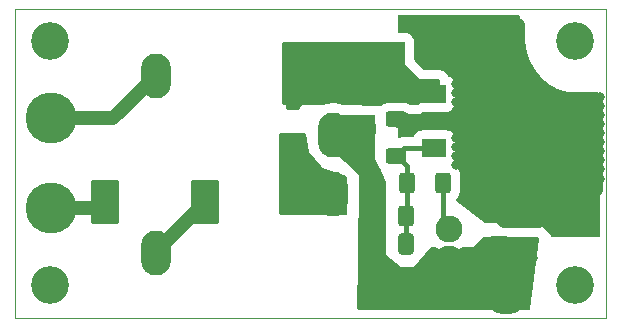
<source format=gbr>
%TF.GenerationSoftware,KiCad,Pcbnew,8.0.0~rc1*%
%TF.CreationDate,2024-01-16T05:38:03-05:00*%
%TF.ProjectId,VTVMbattElim,5654564d-6261-4747-9445-6c696d2e6b69,rev?*%
%TF.SameCoordinates,PX68860e8PY35c5de8*%
%TF.FileFunction,Copper,L2,Bot*%
%TF.FilePolarity,Positive*%
%FSLAX46Y46*%
G04 Gerber Fmt 4.6, Leading zero omitted, Abs format (unit mm)*
G04 Created by KiCad (PCBNEW 8.0.0~rc1) date 2024-01-16 05:38:03*
%MOMM*%
%LPD*%
G01*
G04 APERTURE LIST*
G04 Aperture macros list*
%AMRoundRect*
0 Rectangle with rounded corners*
0 $1 Rounding radius*
0 $2 $3 $4 $5 $6 $7 $8 $9 X,Y pos of 4 corners*
0 Add a 4 corners polygon primitive as box body*
4,1,4,$2,$3,$4,$5,$6,$7,$8,$9,$2,$3,0*
0 Add four circle primitives for the rounded corners*
1,1,$1+$1,$2,$3*
1,1,$1+$1,$4,$5*
1,1,$1+$1,$6,$7*
1,1,$1+$1,$8,$9*
0 Add four rect primitives between the rounded corners*
20,1,$1+$1,$2,$3,$4,$5,0*
20,1,$1+$1,$4,$5,$6,$7,0*
20,1,$1+$1,$6,$7,$8,$9,0*
20,1,$1+$1,$8,$9,$2,$3,0*%
G04 Aperture macros list end*
%TA.AperFunction,WasherPad*%
%ADD10C,3.200000*%
%TD*%
%TA.AperFunction,ComponentPad*%
%ADD11C,2.286000*%
%TD*%
%TA.AperFunction,ComponentPad*%
%ADD12C,4.318000*%
%TD*%
%TA.AperFunction,ComponentPad*%
%ADD13O,2.540000X3.810000*%
%TD*%
%TA.AperFunction,SMDPad,CuDef*%
%ADD14RoundRect,0.250000X-0.625000X0.400000X-0.625000X-0.400000X0.625000X-0.400000X0.625000X0.400000X0*%
%TD*%
%TA.AperFunction,SMDPad,CuDef*%
%ADD15RoundRect,0.304800X-0.914400X-1.570200X0.914400X-1.570200X0.914400X1.570200X-0.914400X1.570200X0*%
%TD*%
%TA.AperFunction,SMDPad,CuDef*%
%ADD16RoundRect,0.250000X-0.400000X-0.625000X0.400000X-0.625000X0.400000X0.625000X-0.400000X0.625000X0*%
%TD*%
%TA.AperFunction,SMDPad,CuDef*%
%ADD17RoundRect,0.250000X-0.650000X0.412500X-0.650000X-0.412500X0.650000X-0.412500X0.650000X0.412500X0*%
%TD*%
%TA.AperFunction,SMDPad,CuDef*%
%ADD18RoundRect,0.250000X0.400000X0.625000X-0.400000X0.625000X-0.400000X-0.625000X0.400000X-0.625000X0*%
%TD*%
%TA.AperFunction,SMDPad,CuDef*%
%ADD19RoundRect,0.284091X-0.340909X0.340909X-0.340909X-0.340909X0.340909X-0.340909X0.340909X0.340909X0*%
%TD*%
%TA.AperFunction,SMDPad,CuDef*%
%ADD20RoundRect,0.250000X0.412500X0.650000X-0.412500X0.650000X-0.412500X-0.650000X0.412500X-0.650000X0*%
%TD*%
%TA.AperFunction,SMDPad,CuDef*%
%ADD21R,2.000000X1.500000*%
%TD*%
%TA.AperFunction,SMDPad,CuDef*%
%ADD22R,2.000000X3.800000*%
%TD*%
%TA.AperFunction,SMDPad,CuDef*%
%ADD23RoundRect,0.284091X-0.340909X-0.340909X0.340909X-0.340909X0.340909X0.340909X-0.340909X0.340909X0*%
%TD*%
%TA.AperFunction,ViaPad*%
%ADD24C,0.800000*%
%TD*%
%TA.AperFunction,Conductor*%
%ADD25C,0.381000*%
%TD*%
%TA.AperFunction,Conductor*%
%ADD26C,1.143000*%
%TD*%
%TA.AperFunction,Profile*%
%ADD27C,0.100000*%
%TD*%
G04 APERTURE END LIST*
D10*
%TO.P,H4,*%
%TO.N,*%
X2921000Y-23396400D03*
%TD*%
D11*
%TO.P,RV1,1,1*%
%TO.N,Net-(R2-Pad2)*%
X36703000Y-18669000D03*
%TO.P,RV1,2,2*%
%TO.N,GND*%
X36703000Y-21209000D03*
%TO.P,RV1,3,3*%
X36703000Y-23749000D03*
%TD*%
D12*
%TO.P,TP2,1,1*%
%TO.N,/Vin2*%
X3048000Y-16891000D03*
%TD*%
%TO.P,TP1,1,1*%
%TO.N,/Vin1*%
X3048000Y-9271000D03*
%TD*%
D10*
%TO.P,H2,*%
%TO.N,*%
X47371000Y-2771600D03*
%TD*%
D13*
%TO.P,PS1,1,AC/L*%
%TO.N,/Vfuse2*%
X11882120Y-20667980D03*
%TO.P,PS1,2,AC/N*%
%TO.N,/Vin1*%
X11882120Y-5671820D03*
%TO.P,PS1,3,+Vout*%
%TO.N,/VDC1*%
X26878280Y-15671800D03*
%TO.P,PS1,4,-Vout*%
%TO.N,GND*%
X26878280Y-10668000D03*
%TD*%
D12*
%TO.P,TP4,1,1*%
%TO.N,GND*%
X41529000Y-23749000D03*
%TD*%
D10*
%TO.P,H1,*%
%TO.N,*%
X2921000Y-2771600D03*
%TD*%
D12*
%TO.P,TP3,1,1*%
%TO.N,/Vout*%
X47371000Y-17145000D03*
%TD*%
D10*
%TO.P,H3,*%
%TO.N,*%
X47371000Y-23396400D03*
%TD*%
D14*
%TO.P,R5,1*%
%TO.N,/Vout*%
X40920000Y-16865000D03*
%TO.P,R5,2*%
%TO.N,GND*%
X40920000Y-19965000D03*
%TD*%
D15*
%TO.P,F2,1,1*%
%TO.N,/Vin2*%
X7561000Y-16383000D03*
%TO.P,F2,2,2*%
%TO.N,/Vfuse2*%
X16061000Y-16383000D03*
%TD*%
D16*
%TO.P,R2,1*%
%TO.N,Net-(U1-ADJ)*%
X33121000Y-14732000D03*
%TO.P,R2,2*%
%TO.N,Net-(R2-Pad2)*%
X36221000Y-14732000D03*
%TD*%
D17*
%TO.P,C2,1*%
%TO.N,/Vout*%
X43345500Y-16852500D03*
%TO.P,C2,2*%
%TO.N,GND*%
X43345500Y-19977500D03*
%TD*%
D18*
%TO.P,R1,1*%
%TO.N,Net-(U1-ADJ)*%
X33072000Y-17526000D03*
%TO.P,R1,2*%
%TO.N,GND*%
X29972000Y-17526000D03*
%TD*%
D17*
%TO.P,C4,1*%
%TO.N,/VDC*%
X29591000Y-7073500D03*
%TO.P,C4,2*%
%TO.N,GND*%
X29591000Y-10198500D03*
%TD*%
D19*
%TO.P,D2,1,K*%
%TO.N,/VDC*%
X23495000Y-7975600D03*
%TO.P,D2,2,A*%
%TO.N,/VDC1*%
X23495000Y-11328400D03*
%TD*%
D20*
%TO.P,C1,1*%
%TO.N,Net-(U1-ADJ)*%
X33084500Y-19951500D03*
%TO.P,C1,2*%
%TO.N,GND*%
X29959500Y-19951500D03*
%TD*%
D21*
%TO.P,U1,1,ADJ*%
%TO.N,Net-(U1-ADJ)*%
X35458000Y-11825000D03*
%TO.P,U1,2,VO*%
%TO.N,/Vout*%
X35458000Y-9525000D03*
D22*
X41758000Y-9525000D03*
D21*
%TO.P,U1,3,VI*%
%TO.N,/VDC*%
X35458000Y-7225000D03*
%TD*%
D23*
%TO.P,D1,1,K*%
%TO.N,/VDC*%
X31813100Y-4229500D03*
%TO.P,D1,2,A*%
%TO.N,/Vout*%
X35165900Y-4229500D03*
%TD*%
D14*
%TO.P,R3,1*%
%TO.N,/Vout*%
X32258000Y-9372000D03*
%TO.P,R3,2*%
%TO.N,Net-(U1-ADJ)*%
X32258000Y-12472000D03*
%TD*%
D24*
%TO.N,GND*%
X43789600Y-21082000D03*
X39565625Y-21105604D03*
X33040547Y-23623369D03*
X34092223Y-24686772D03*
X30378400Y-16103600D03*
X29885522Y-24686772D03*
X29718000Y-11887200D03*
X32020148Y-22669433D03*
X30937197Y-23623369D03*
X29916798Y-22669433D03*
X30378400Y-14000249D03*
X34123499Y-22669433D03*
X40566476Y-21105604D03*
X29464000Y-13157200D03*
X30378400Y-15051925D03*
X31988872Y-24686772D03*
X39522400Y-20015200D03*
%TO.N,/Vout*%
X41097200Y-7162800D03*
X40741600Y-3251200D03*
X36169600Y-4775200D03*
X38049200Y-11734800D03*
X39573200Y-15544800D03*
X43383200Y-7162800D03*
X40335200Y-10972800D03*
X39217600Y-4013200D03*
X39979600Y-3251200D03*
X38049200Y-8686800D03*
X48768000Y-7518400D03*
X38811200Y-11734800D03*
X39979600Y-4775200D03*
X39573200Y-11734800D03*
X38049200Y-12496800D03*
X36169600Y-1727200D03*
X38811200Y-6400800D03*
X47244000Y-12090400D03*
X41097200Y-6400800D03*
X48006000Y-12090400D03*
X38455600Y-2489200D03*
X49530000Y-12852400D03*
X46482000Y-8280400D03*
X44145200Y-7162800D03*
X37693600Y-4013200D03*
X39979600Y-4013200D03*
X49530000Y-9804400D03*
X44145200Y-11023600D03*
X47244000Y-9042400D03*
X39573200Y-10210800D03*
X40335200Y-7162800D03*
X49530000Y-13614400D03*
X49530000Y-9042400D03*
X39217600Y-3251200D03*
X41503600Y-4013200D03*
X49530000Y-11328400D03*
X36931600Y-1727200D03*
X43383200Y-14122400D03*
X38455600Y-1727200D03*
X49530000Y-8280400D03*
X44145200Y-13360400D03*
X45720000Y-8280400D03*
X42265600Y-2489200D03*
X40335200Y-15544800D03*
X38049200Y-15544800D03*
X38049200Y-10972800D03*
X48768000Y-9042400D03*
X37287200Y-8686800D03*
X44145200Y-6400800D03*
X48006000Y-7518400D03*
X43383200Y-6400800D03*
X42265600Y-965200D03*
X41503600Y-4775200D03*
X41859200Y-11887200D03*
X36169600Y-965200D03*
X44145200Y-12598400D03*
X45720000Y-12090400D03*
X44145200Y-11785600D03*
X40335200Y-12496800D03*
X47244000Y-12852400D03*
X40741600Y-2489200D03*
X48768000Y-11328400D03*
X39217600Y-4775200D03*
X41503600Y-1727200D03*
X37287200Y-9448800D03*
X43027600Y-4775200D03*
X39979600Y-1727200D03*
X36931600Y-965200D03*
X46482000Y-12852400D03*
X48768000Y-12090400D03*
X45720000Y-12852400D03*
X36931600Y-4775200D03*
X38811200Y-14782800D03*
X41859200Y-5638800D03*
X49530000Y-12090400D03*
X40741600Y-4775200D03*
X39573200Y-13258800D03*
X47244000Y-14427200D03*
X47244000Y-8280400D03*
X39217600Y-2489200D03*
X44145200Y-7924800D03*
X44958000Y-14427200D03*
X39979600Y-965200D03*
X39573200Y-12496800D03*
X40335200Y-13258800D03*
X46482000Y-12090400D03*
X42621200Y-6400800D03*
X44145200Y-8686800D03*
X44958000Y-7518400D03*
X45770800Y-15240000D03*
X47244000Y-7518400D03*
X47244000Y-11328400D03*
X37287200Y-12496800D03*
X38455600Y-4775200D03*
X38049200Y-14782800D03*
X48768000Y-12852400D03*
X45720000Y-11328400D03*
X47244000Y-13614400D03*
X44958000Y-12852400D03*
X38811200Y-5638800D03*
X46482000Y-7518400D03*
X48768000Y-9804400D03*
X40335200Y-11734800D03*
X49530000Y-14427200D03*
X39573200Y-7924800D03*
X43383200Y-8686800D03*
X39979600Y-2489200D03*
X38811200Y-8686800D03*
X38049200Y-14020800D03*
X44958000Y-8280400D03*
X38811200Y-10972800D03*
X46482000Y-14427200D03*
X39573200Y-7162800D03*
X37287200Y-13258800D03*
X40335200Y-14020800D03*
X38811200Y-7162800D03*
X41503600Y-3251200D03*
X42621200Y-11887200D03*
X40335200Y-9448800D03*
X45720000Y-9804400D03*
X38811200Y-10210800D03*
X48768000Y-13614400D03*
X40335200Y-10210800D03*
X43383200Y-5638800D03*
X48006000Y-13614400D03*
X37287200Y-10972800D03*
X37287200Y-6400800D03*
X42265600Y-1727200D03*
X38049200Y-7162800D03*
X44958000Y-9804400D03*
X37693600Y-3251200D03*
X39573200Y-9448800D03*
X38811200Y-13258800D03*
X36169600Y-4013200D03*
X36931600Y-2489200D03*
X37287200Y-10210800D03*
X41097200Y-15697200D03*
X48006000Y-8280400D03*
X38049200Y-13258800D03*
X43383200Y-14884400D03*
X37287200Y-7162800D03*
X37693600Y-2489200D03*
X38049200Y-6400800D03*
X47244000Y-10566400D03*
X48006000Y-14427200D03*
X42265600Y-4775200D03*
X48768000Y-8280400D03*
X46482000Y-11328400D03*
X48006000Y-9042400D03*
X37287200Y-11734800D03*
X40335200Y-14782800D03*
X48006000Y-9804400D03*
X46482000Y-9042400D03*
X43383200Y-9448800D03*
X45720000Y-9042400D03*
X40335200Y-6400800D03*
X39573200Y-8686800D03*
X38811200Y-14020800D03*
X38811200Y-7924800D03*
X40741600Y-965200D03*
X37287200Y-7924800D03*
X44145200Y-15646400D03*
X42265600Y-3251200D03*
X43383200Y-7924800D03*
X41097200Y-14935200D03*
X41859200Y-6400800D03*
X42265600Y-4013200D03*
X42621200Y-7162800D03*
X39217600Y-965200D03*
X45720000Y-10566400D03*
X40335200Y-8686800D03*
X38811200Y-9448800D03*
X44907200Y-16103600D03*
X38455600Y-4013200D03*
X38049200Y-5638800D03*
X42621200Y-5638800D03*
X38049200Y-10210800D03*
X44145200Y-9448800D03*
X45720000Y-14427200D03*
X38049200Y-9448800D03*
X39573200Y-5638800D03*
X43383200Y-10261600D03*
X44958000Y-13614400D03*
X46482000Y-13614400D03*
X44958000Y-10566400D03*
X41097200Y-14173200D03*
X37693600Y-1727200D03*
X41503600Y-965200D03*
X48006000Y-10566400D03*
X44145200Y-14884400D03*
X39573200Y-10972800D03*
X49530000Y-10566400D03*
X41097200Y-5638800D03*
X47244000Y-9804400D03*
X44145200Y-10261600D03*
X43383200Y-15646400D03*
X41859200Y-7162800D03*
X37693600Y-965200D03*
X44958000Y-12090400D03*
X45720000Y-13614400D03*
X39573200Y-14782800D03*
X46482000Y-10566400D03*
X44958000Y-11328400D03*
X40741600Y-1727200D03*
X48006000Y-11328400D03*
X43383200Y-11785600D03*
X44958000Y-15240000D03*
X41097200Y-11887200D03*
X38455600Y-3251200D03*
X38811200Y-15544800D03*
X39573200Y-6400800D03*
X40335200Y-5638800D03*
X37287200Y-5638800D03*
X43383200Y-11023600D03*
X48768000Y-10566400D03*
X39217600Y-1727200D03*
X38811200Y-12496800D03*
X46482000Y-9804400D03*
X36931600Y-4013200D03*
X39573200Y-14020800D03*
X36169600Y-2489200D03*
X36931600Y-3251200D03*
X44958000Y-9042400D03*
X37693600Y-4775200D03*
X40335200Y-7924800D03*
X45720000Y-7518400D03*
X49530000Y-7518400D03*
X38455600Y-965200D03*
X36169600Y-3251200D03*
X44145200Y-14122400D03*
X40741600Y-4013200D03*
X41503600Y-2489200D03*
X38049200Y-7924800D03*
X48006000Y-12852400D03*
X48768000Y-14427200D03*
%TD*%
D25*
%TO.N,Net-(R2-Pad2)*%
X36221000Y-18187000D02*
X36703000Y-18669000D01*
X36221000Y-14732000D02*
X36221000Y-18187000D01*
D26*
%TO.N,GND*%
X40920000Y-19965000D02*
X39676000Y-21209000D01*
X29591000Y-10198500D02*
X29591000Y-13380720D01*
X32857000Y-23749000D02*
X36703000Y-23749000D01*
X36703000Y-23749000D02*
X41529000Y-23749000D01*
X29591000Y-13380720D02*
X29972000Y-13761720D01*
X29591000Y-10198500D02*
X27347780Y-10198500D01*
X40932500Y-19977500D02*
X40920000Y-19965000D01*
X29959500Y-20851500D02*
X32857000Y-23749000D01*
X43345500Y-19977500D02*
X43345500Y-21932500D01*
X27347780Y-10198500D02*
X26878280Y-10668000D01*
X29972000Y-17526000D02*
X29972000Y-19939000D01*
X26878280Y-10668000D02*
X29972000Y-13761720D01*
X43345500Y-21932500D02*
X41529000Y-23749000D01*
X29959500Y-19951500D02*
X29959500Y-20851500D01*
X29972000Y-13761720D02*
X29972000Y-17526000D01*
X43345500Y-19977500D02*
X40932500Y-19977500D01*
X29972000Y-19939000D02*
X29959500Y-19951500D01*
X39676000Y-21209000D02*
X36703000Y-21209000D01*
%TO.N,/Vout*%
X37791500Y-6701900D02*
X37744400Y-6654800D01*
X44325500Y-17981500D02*
X44400000Y-17907000D01*
X46609000Y-17907000D02*
X44400000Y-17907000D01*
X47371000Y-17145000D02*
X46609000Y-17907000D01*
X37973000Y-9923000D02*
X37575000Y-9525000D01*
X42545000Y-1397000D02*
X42545000Y-2435976D01*
X44400000Y-17907000D02*
X43345500Y-16852500D01*
X34977000Y-1726000D02*
X35306000Y-1397000D01*
X46482000Y-18034000D02*
X46228000Y-18034000D01*
X40920000Y-16865000D02*
X40920000Y-17515000D01*
X38227000Y-15113000D02*
X38227000Y-12827000D01*
X37791500Y-5914500D02*
X36106500Y-4229500D01*
X49149000Y-15367000D02*
X47371000Y-17145000D01*
X35458000Y-9525000D02*
X37575000Y-9525000D01*
X41386500Y-17981500D02*
X44325500Y-17981500D01*
X34977000Y-4229500D02*
X34977000Y-1726000D01*
X40920000Y-17515000D02*
X41386500Y-17981500D01*
X37575000Y-9525000D02*
X37791500Y-9308500D01*
X36106500Y-4229500D02*
X34977000Y-4229500D01*
X49149000Y-7670800D02*
X49149000Y-15367000D01*
X39979000Y-16865000D02*
X38227000Y-15113000D01*
X35306000Y-1397000D02*
X42545000Y-1397000D01*
X40920000Y-16865000D02*
X39979000Y-16865000D01*
X47279482Y-7670800D02*
X49149000Y-7670800D01*
X32411000Y-9525000D02*
X32258000Y-9372000D01*
X44145200Y-6299200D02*
X44270395Y-6424395D01*
X38227000Y-12827000D02*
X37973000Y-12573000D01*
X37973000Y-12573000D02*
X37973000Y-9923000D01*
X37791500Y-6607700D02*
X37791500Y-5914500D01*
X35458000Y-9525000D02*
X32411000Y-9525000D01*
X47371000Y-17145000D02*
X46482000Y-18034000D01*
X37744400Y-6654800D02*
X37791500Y-6607700D01*
X37791500Y-9308500D02*
X37791500Y-6701900D01*
X44270395Y-6424395D02*
G75*
G03*
X47279482Y-7670810I3009105J3009095D01*
G01*
X42545000Y-2435976D02*
G75*
G03*
X44145193Y-6299207I5463400J-24D01*
G01*
%TO.N,/Vin1*%
X8282940Y-9271000D02*
X11882120Y-5671820D01*
X3048000Y-9271000D02*
X8282940Y-9271000D01*
D25*
%TO.N,Net-(U1-ADJ)*%
X33072000Y-19939000D02*
X33084500Y-19951500D01*
X33121000Y-17477000D02*
X33072000Y-17526000D01*
X33121000Y-13335000D02*
X32258000Y-12472000D01*
X33072000Y-17526000D02*
X33072000Y-19939000D01*
X35458000Y-11825000D02*
X32905000Y-11825000D01*
X33121000Y-14732000D02*
X33121000Y-17477000D01*
X33121000Y-14732000D02*
X33121000Y-13335000D01*
X32905000Y-11825000D02*
X32258000Y-12472000D01*
D26*
%TO.N,/Vfuse2*%
X11882120Y-20667980D02*
X11882120Y-20561880D01*
X11882120Y-20561880D02*
X16061000Y-16383000D01*
%TO.N,/Vin2*%
X3048000Y-16891000D02*
X7053000Y-16891000D01*
X7053000Y-16891000D02*
X7561000Y-16383000D01*
%TO.N,/VDC*%
X32002000Y-4588334D02*
X32002000Y-4229500D01*
X35458000Y-7225000D02*
X34638666Y-7225000D01*
X29742500Y-7225000D02*
X29591000Y-7073500D01*
X29591000Y-6640500D02*
X32002000Y-4229500D01*
X35458000Y-7225000D02*
X29742500Y-7225000D01*
X24586000Y-7073500D02*
X29591000Y-7073500D01*
X29591000Y-7073500D02*
X29591000Y-6640500D01*
X23683900Y-7975600D02*
X24586000Y-7073500D01*
X34638666Y-7225000D02*
X32002000Y-4588334D01*
X23495000Y-7975600D02*
X23683900Y-7975600D01*
%TO.N,/VDC1*%
X23495000Y-12288520D02*
X26878280Y-15671800D01*
X23495000Y-11328400D02*
X23495000Y-12288520D01*
%TD*%
%TA.AperFunction,Conductor*%
%TO.N,/Vout*%
G36*
X42611388Y-558253D02*
G01*
X42678328Y-578266D01*
X42723824Y-631294D01*
X42734135Y-669636D01*
X42964081Y-2917990D01*
X43180000Y-5029200D01*
X45364400Y-7061200D01*
X49323258Y-7655028D01*
X49386635Y-7684439D01*
X49424051Y-7743446D01*
X49428862Y-7777117D01*
X49478651Y-19228713D01*
X49459258Y-19295837D01*
X49406653Y-19341821D01*
X49353121Y-19353243D01*
X45418254Y-19304664D01*
X45351463Y-19284153D01*
X45328125Y-19264186D01*
X44323000Y-18161000D01*
X39792836Y-18161000D01*
X39725797Y-18141315D01*
X39717714Y-18135654D01*
X37307803Y-16300584D01*
X37266392Y-16244309D01*
X37261979Y-16174579D01*
X37295966Y-16113533D01*
X37304252Y-16106083D01*
X37340410Y-16076410D01*
X37466936Y-15922237D01*
X37560954Y-15746342D01*
X37618850Y-15555485D01*
X37633500Y-15406741D01*
X37633499Y-14057260D01*
X37618850Y-13908515D01*
X37560954Y-13717658D01*
X37560951Y-13717654D01*
X37560951Y-13717651D01*
X37466939Y-13541768D01*
X37466937Y-13541766D01*
X37466936Y-13541763D01*
X37412848Y-13475856D01*
X37340410Y-13387589D01*
X37209680Y-13280303D01*
X37186237Y-13261064D01*
X37186235Y-13261062D01*
X37110403Y-13220529D01*
X37060559Y-13171566D01*
X37045099Y-13103429D01*
X37063319Y-13046074D01*
X37153759Y-12899448D01*
X37153758Y-12899448D01*
X37153764Y-12899440D01*
X37209831Y-12730241D01*
X37220500Y-12625811D01*
X37220499Y-11024190D01*
X37209831Y-10919759D01*
X37153764Y-10750560D01*
X37060189Y-10598851D01*
X36934149Y-10472811D01*
X36782440Y-10379236D01*
X36782437Y-10379235D01*
X36613242Y-10323169D01*
X36613235Y-10323168D01*
X36508812Y-10312500D01*
X34407196Y-10312500D01*
X34407180Y-10312501D01*
X34302757Y-10323169D01*
X34133562Y-10379235D01*
X34133557Y-10379237D01*
X33981849Y-10472812D01*
X33855812Y-10598849D01*
X33762237Y-10750557D01*
X33762235Y-10750562D01*
X33750160Y-10787004D01*
X33710387Y-10844449D01*
X33645871Y-10871272D01*
X33632454Y-10872000D01*
X32811133Y-10872000D01*
X32627027Y-10908621D01*
X32627015Y-10908624D01*
X32531052Y-10948373D01*
X32461582Y-10955842D01*
X32399103Y-10924566D01*
X32363452Y-10864477D01*
X32359600Y-10833812D01*
X32359600Y-8851000D01*
X32379285Y-8783961D01*
X32432089Y-8738206D01*
X32483600Y-8727000D01*
X32888946Y-8727000D01*
X32901096Y-8727597D01*
X32918870Y-8729347D01*
X32942707Y-8734087D01*
X32965527Y-8741009D01*
X32987973Y-8750306D01*
X33013312Y-8763850D01*
X33030705Y-8775111D01*
X33041408Y-8783387D01*
X33053034Y-8791849D01*
X33130010Y-8841144D01*
X33130012Y-8841145D01*
X33188762Y-8865832D01*
X33288455Y-8907724D01*
X33355494Y-8927409D01*
X33400945Y-8939257D01*
X33571726Y-8958499D01*
X33571727Y-8958500D01*
X33571730Y-8958500D01*
X33917204Y-8958500D01*
X33941719Y-8957863D01*
X33957046Y-8957465D01*
X34126601Y-8929380D01*
X34191696Y-8910919D01*
X34229750Y-8899051D01*
X34385210Y-8825772D01*
X34390581Y-8822458D01*
X34429486Y-8798462D01*
X34494584Y-8780000D01*
X35816992Y-8780000D01*
X35817001Y-8780000D01*
X35980150Y-8762459D01*
X36031661Y-8751253D01*
X36069675Y-8741962D01*
X36069678Y-8741960D01*
X36073425Y-8741045D01*
X36102867Y-8737499D01*
X36508804Y-8737499D01*
X36508810Y-8737499D01*
X36613241Y-8726831D01*
X36782440Y-8670764D01*
X36934149Y-8577189D01*
X37060189Y-8451149D01*
X37153764Y-8299440D01*
X37209831Y-8130241D01*
X37220500Y-8025811D01*
X37220499Y-6424190D01*
X37209831Y-6319759D01*
X37153764Y-6150560D01*
X37060189Y-5998851D01*
X36934149Y-5872811D01*
X36782440Y-5779236D01*
X36726357Y-5760652D01*
X36680491Y-5745453D01*
X36623046Y-5705679D01*
X36610065Y-5686064D01*
X36607132Y-5680561D01*
X36607130Y-5680558D01*
X36607129Y-5680555D01*
X36509831Y-5538883D01*
X36509826Y-5538877D01*
X36509825Y-5538875D01*
X36464096Y-5486101D01*
X36464088Y-5486092D01*
X36464081Y-5486085D01*
X36464076Y-5486079D01*
X36398376Y-5419024D01*
X36258720Y-5318856D01*
X36258718Y-5318855D01*
X36258710Y-5318851D01*
X36100276Y-5252276D01*
X36033241Y-5232592D01*
X36020534Y-5229280D01*
X35987785Y-5220743D01*
X35987780Y-5220742D01*
X35987779Y-5220742D01*
X35817003Y-5201500D01*
X35817000Y-5201500D01*
X34659270Y-5201500D01*
X34592231Y-5181815D01*
X34571589Y-5165181D01*
X33823819Y-4417411D01*
X33790334Y-4356088D01*
X33787500Y-4329730D01*
X33787500Y-2918010D01*
X33787500Y-2918000D01*
X33769959Y-2754850D01*
X33758753Y-2703339D01*
X33749462Y-2665325D01*
X33686129Y-2505555D01*
X33686126Y-2505550D01*
X33686125Y-2505548D01*
X33686124Y-2505547D01*
X33588835Y-2363889D01*
X33588825Y-2363875D01*
X33543096Y-2311101D01*
X33543088Y-2311092D01*
X33543081Y-2311085D01*
X33543076Y-2311079D01*
X33477376Y-2244024D01*
X33337720Y-2143856D01*
X33337718Y-2143855D01*
X33337710Y-2143851D01*
X33179276Y-2077276D01*
X33112241Y-2057592D01*
X33099534Y-2054280D01*
X33066785Y-2045743D01*
X33066780Y-2045742D01*
X33066779Y-2045742D01*
X32896003Y-2026500D01*
X32896000Y-2026500D01*
X32483600Y-2026500D01*
X32416561Y-2006815D01*
X32370806Y-1954011D01*
X32359600Y-1902500D01*
X32359600Y-632609D01*
X32379285Y-565570D01*
X32432089Y-519815D01*
X32484204Y-508610D01*
X42611388Y-558253D01*
G37*
%TD.AperFunction*%
%TD*%
%TA.AperFunction,Conductor*%
%TO.N,GND*%
G36*
X30423039Y-9036685D02*
G01*
X30468794Y-9089489D01*
X30480000Y-9141000D01*
X30480000Y-12699999D01*
X30625261Y-13032027D01*
X30633753Y-13064560D01*
X30633964Y-13064519D01*
X30634672Y-13068079D01*
X30635058Y-13069558D01*
X30635148Y-13070475D01*
X30635152Y-13070496D01*
X30693046Y-13261343D01*
X30787060Y-13437231D01*
X30787064Y-13437238D01*
X30809332Y-13464371D01*
X30827082Y-13493334D01*
X31358603Y-14708237D01*
X31369000Y-14757939D01*
X31369000Y-20828000D01*
X31795021Y-21168817D01*
X31880226Y-21236981D01*
X31898617Y-21255144D01*
X31952592Y-21320912D01*
X32106761Y-21447434D01*
X32106764Y-21447437D01*
X32150321Y-21470718D01*
X32206764Y-21500888D01*
X32225770Y-21513416D01*
X32639000Y-21844000D01*
X33782000Y-21844000D01*
X35141851Y-20236902D01*
X35200182Y-20198441D01*
X35236511Y-20193000D01*
X35517894Y-20193000D01*
X35584933Y-20212685D01*
X35592204Y-20217733D01*
X35670175Y-20276101D01*
X35670183Y-20276106D01*
X35909399Y-20406728D01*
X35909398Y-20406728D01*
X35909402Y-20406729D01*
X35909405Y-20406731D01*
X36164787Y-20501984D01*
X36431126Y-20559922D01*
X36683554Y-20577976D01*
X36702999Y-20579367D01*
X36703000Y-20579367D01*
X36703001Y-20579367D01*
X36721148Y-20578069D01*
X36974874Y-20559922D01*
X37241213Y-20501984D01*
X37496595Y-20406731D01*
X37735822Y-20276103D01*
X37770879Y-20249858D01*
X37813796Y-20217733D01*
X37879260Y-20193316D01*
X37888106Y-20193000D01*
X38735000Y-20193000D01*
X39587129Y-19340870D01*
X39648450Y-19307387D01*
X39676135Y-19304560D01*
X44209101Y-19353302D01*
X44275925Y-19373706D01*
X44321110Y-19426999D01*
X44330771Y-19492987D01*
X43574817Y-25418692D01*
X43546807Y-25482701D01*
X43488638Y-25521406D01*
X43451814Y-25527000D01*
X29081385Y-25527000D01*
X29014346Y-25507315D01*
X28968591Y-25454511D01*
X28957393Y-25401622D01*
X29001329Y-21447434D01*
X29083000Y-14097000D01*
X26708720Y-11847682D01*
X26673590Y-11787286D01*
X26670000Y-11757664D01*
X26670000Y-9141000D01*
X26689685Y-9073961D01*
X26742489Y-9028206D01*
X26794000Y-9017000D01*
X30356000Y-9017000D01*
X30423039Y-9036685D01*
G37*
%TD.AperFunction*%
%TD*%
%TA.AperFunction,Conductor*%
%TO.N,/VDC1*%
G36*
X24548110Y-10535285D02*
G01*
X24593865Y-10588089D01*
X24603582Y-10620449D01*
X24841200Y-12141200D01*
X25836502Y-13309599D01*
X26009599Y-13512799D01*
X26009602Y-13512801D01*
X28008470Y-14195341D01*
X28065552Y-14235632D01*
X28091789Y-14300389D01*
X28092400Y-14312688D01*
X28092400Y-17351200D01*
X28072715Y-17418239D01*
X28019911Y-17463994D01*
X27968400Y-17475200D01*
X22475098Y-17475200D01*
X22408059Y-17455515D01*
X22362304Y-17402711D01*
X22351101Y-17352105D01*
X22351094Y-17351200D01*
X22302112Y-10640505D01*
X22321307Y-10573324D01*
X22373776Y-10527185D01*
X22426109Y-10515600D01*
X24481071Y-10515600D01*
X24548110Y-10535285D01*
G37*
%TD.AperFunction*%
%TD*%
%TA.AperFunction,Conductor*%
%TO.N,/VDC*%
G36*
X32963039Y-2813685D02*
G01*
X33008794Y-2866489D01*
X33020000Y-2918000D01*
X33020000Y-4699000D01*
X34290000Y-5969000D01*
X35817000Y-5969000D01*
X35884039Y-5988685D01*
X35929794Y-6041489D01*
X35941000Y-6093000D01*
X35941000Y-7888500D01*
X35921315Y-7955539D01*
X35868511Y-8001294D01*
X35817000Y-8012500D01*
X34407196Y-8012500D01*
X34407180Y-8012501D01*
X34302757Y-8023169D01*
X34133562Y-8079235D01*
X34133557Y-8079237D01*
X34057646Y-8126060D01*
X33982291Y-8172539D01*
X33917196Y-8191000D01*
X33571730Y-8191000D01*
X33504691Y-8171315D01*
X33493065Y-8162853D01*
X33448238Y-8126064D01*
X33448231Y-8126060D01*
X33272348Y-8032048D01*
X33272342Y-8032046D01*
X33081485Y-7974150D01*
X33081483Y-7974149D01*
X33081481Y-7974149D01*
X32991337Y-7965271D01*
X32932741Y-7959500D01*
X32932737Y-7959500D01*
X31583263Y-7959500D01*
X31434518Y-7974149D01*
X31243651Y-8032048D01*
X31067768Y-8126060D01*
X31003170Y-8179073D01*
X30938860Y-8206385D01*
X30923326Y-8207212D01*
X27731733Y-8176816D01*
X27685461Y-8167383D01*
X27533017Y-8104238D01*
X27533010Y-8104236D01*
X27533008Y-8104235D01*
X27275652Y-8035277D01*
X27231506Y-8029465D01*
X27011504Y-8000500D01*
X27011497Y-8000500D01*
X26745063Y-8000500D01*
X26745055Y-8000500D01*
X26505434Y-8032048D01*
X26480908Y-8035277D01*
X26223552Y-8104235D01*
X26223536Y-8104240D01*
X26109514Y-8151470D01*
X26060881Y-8160903D01*
X22728819Y-8129169D01*
X22661970Y-8108847D01*
X22616720Y-8055610D01*
X22606000Y-8005175D01*
X22606000Y-2918000D01*
X22625685Y-2850961D01*
X22678489Y-2805206D01*
X22730000Y-2794000D01*
X32896000Y-2794000D01*
X32963039Y-2813685D01*
G37*
%TD.AperFunction*%
%TD*%
D27*
X50038000Y-26162000D02*
X0Y-26162000D01*
X0Y0D02*
X50038000Y0D01*
X0Y-26162000D02*
X0Y0D01*
X50038000Y0D02*
X50038000Y-26162000D01*
M02*

</source>
